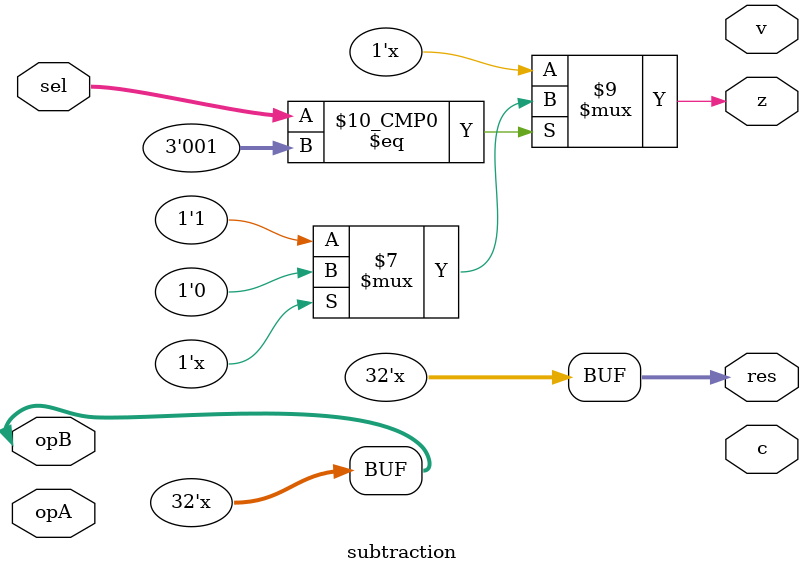
<source format=v>
module subtraction(
	input [31:0] opA, 
	input [31:0] opB,
	input [2:0] sel,
	output [31:0] res,
	output z, //zero 
	output c, //carry out
	output v //overflow
	);

	always @(*)	
	begin
		case (sel)
			3'b001: 
			begin
				opB <= ~(opB);  //bitwise negate
				opB <= opB + 'b1; //add 1 to make it 2's complement
				res <= opA + opB; //add negative 2's complement to opA
				if (res != 0) //zero flag
					z <= 'b0;
				else
					z <= 'b1;
								//insert determiner for overflow then carry out here
			end
		endcase
	end
endmodule
</source>
